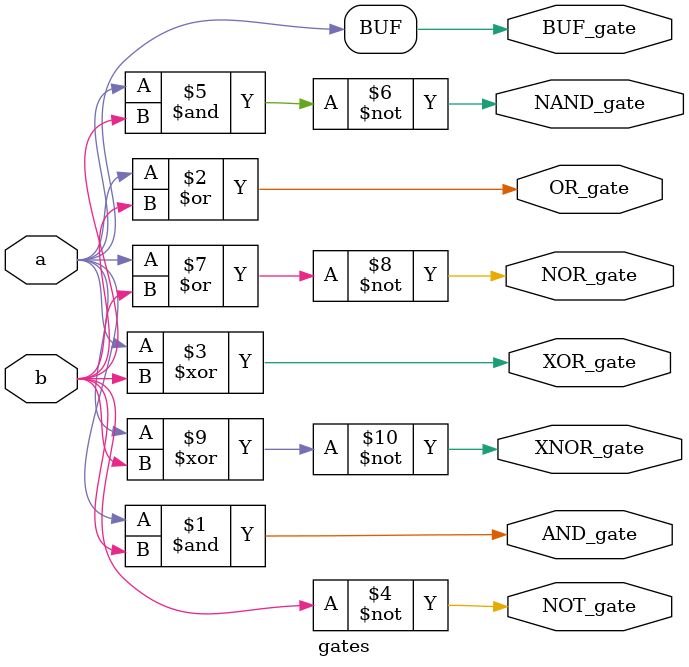
<source format=v>
`timescale 10ns / 1ns


module gates(input a,
             input b,
             output BUF_gate,
             output AND_gate,
             output  OR_gate,
             output XOR_gate,
             output NOT_gate,
             output NAND_gate,
             output NOR_gate,
             output XNOR_gate);

assign BUF_gate = (a);                    //BUF gate
assign AND_gate = (a & b);                //AND gate
assign OR_gate  = (a | b);                //OR gate
assign XOR_gate = (a ^ b);                //XOR gate

assign NOT_gate  = (~ b);                  //NOT gate
assign NAND_gate = (~(a & b));             //NAND gate
assign NOR_gate  = (~(a | b));             //NOR gate
assign XNOR_gate = (~(a ^ b));             //XNOR gate 
    
endmodule

</source>
